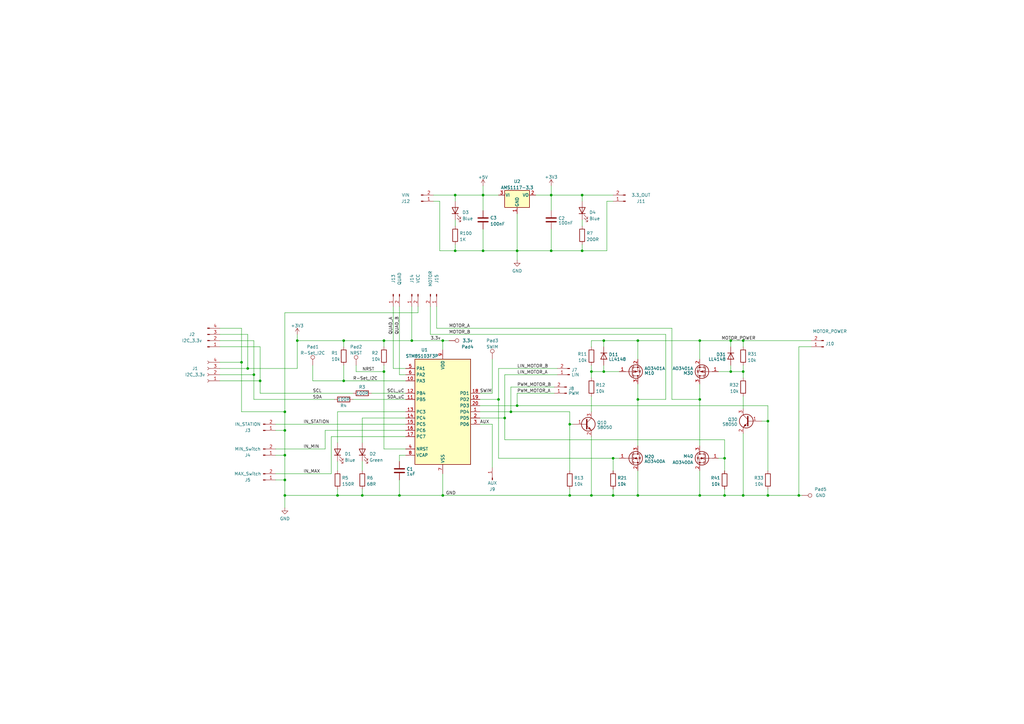
<source format=kicad_sch>
(kicad_sch (version 20230121) (generator eeschema)
  (paper "A3")
  (title_block (title "Tims DC Motor driver") (date "2020-09-15") (company "Tim") (comment 1 "To Drive 6 DC Motors"))
  (lib_symbols
    (symbol "+5V_1" (power) (pin_names (offset 0))
      (property "Value" "+5V_1" (at 0 3.556 0))
      (symbol "+5V_1_0_1"
        (polyline (pts (xy -0.762 1.27) (xy 0 2.54)))
        (polyline (pts (xy 0 0) (xy 0 2.54)))
        (polyline (pts (xy 0 2.54) (xy 0.762 1.27)))
      )
      (symbol "+5V_1_1_1"
        (pin power_in line (at 0 0 90) (length 0) hide (name "+5V") (number "1"))
      )
    )
    (symbol "Connector:Conn_01x01_Pin" (pin_names (offset 1.016) hide)
      (property "Reference" "J" (at 0 2.54 0))
      (property "Value" "Conn_01x01_Pin" (at 0 -2.54 0))
      (symbol "Conn_01x01_Pin_1_1"
        (polyline (pts (xy 1.27 0) (xy 0.8636 0)) (stroke (width 0.1524)))
        (rectangle (start 0.8636 0.127) (end 0 -0.127) (stroke (width 0.1524)) (fill (type outline)))
        (pin passive line (at 5.08 0 180) (length 3.81) (name "Pin_1") (number "1"))
      )
    )
    (symbol "Connector:Conn_01x02_Male" (pin_names (offset 1.016) hide)
      (property "Reference" "J" (at 0 2.54 0))
      (property "Value" "Conn_01x02_Male" (at 0 -5.08 0))
      (symbol "Conn_01x02_Male_1_1"
        (polyline (pts (xy 1.27 -2.54) (xy 0.8636 -2.54)) (stroke (width 0.1524)))
        (polyline (pts (xy 1.27 0) (xy 0.8636 0)) (stroke (width 0.1524)))
        (rectangle (start 0.8636 -2.413) (end 0 -2.667) (stroke (width 0.1524)) (fill (type outline)))
        (rectangle (start 0.8636 0.127) (end 0 -0.127) (stroke (width 0.1524)) (fill (type outline)))
        (pin passive line (at 5.08 0 180) (length 3.81) (name "Pin_1") (number "1"))
        (pin passive line (at 5.08 -2.54 180) (length 3.81) (name "Pin_2") (number "2"))
      )
    )
    (symbol "Connector:Conn_01x02_Pin" (pin_names (offset 1.016) hide)
      (property "Reference" "J" (at 0 2.54 0))
      (property "Value" "Conn_01x02_Pin" (at 0 -5.08 0))
      (symbol "Conn_01x02_Pin_1_1"
        (polyline (pts (xy 1.27 -2.54) (xy 0.8636 -2.54)) (stroke (width 0.1524)))
        (polyline (pts (xy 1.27 0) (xy 0.8636 0)) (stroke (width 0.1524)))
        (rectangle (start 0.8636 -2.413) (end 0 -2.667) (stroke (width 0.1524)) (fill (type outline)))
        (rectangle (start 0.8636 0.127) (end 0 -0.127) (stroke (width 0.1524)) (fill (type outline)))
        (pin passive line (at 5.08 0 180) (length 3.81) (name "Pin_1") (number "1"))
        (pin passive line (at 5.08 -2.54 180) (length 3.81) (name "Pin_2") (number "2"))
      )
    )
    (symbol "Connector:Conn_01x04_Male" (pin_names (offset 1.016) hide)
      (property "Reference" "J" (at 0 5.08 0))
      (property "Value" "Conn_01x04_Male" (at 0 -7.62 0))
      (symbol "Conn_01x04_Male_1_1"
        (polyline (pts (xy 1.27 -5.08) (xy 0.8636 -5.08)) (stroke (width 0.1524)))
        (polyline (pts (xy 1.27 -2.54) (xy 0.8636 -2.54)) (stroke (width 0.1524)))
        (polyline (pts (xy 1.27 0) (xy 0.8636 0)) (stroke (width 0.1524)))
        (polyline (pts (xy 1.27 2.54) (xy 0.8636 2.54)) (stroke (width 0.1524)))
        (rectangle (start 0.8636 -4.953) (end 0 -5.207) (stroke (width 0.1524)) (fill (type outline)))
        (rectangle (start 0.8636 -2.413) (end 0 -2.667) (stroke (width 0.1524)) (fill (type outline)))
        (rectangle (start 0.8636 0.127) (end 0 -0.127) (stroke (width 0.1524)) (fill (type outline)))
        (rectangle (start 0.8636 2.667) (end 0 2.413) (stroke (width 0.1524)) (fill (type outline)))
        (pin passive line (at 5.08 2.54 180) (length 3.81) (name "Pin_1") (number "1"))
        (pin passive line (at 5.08 0 180) (length 3.81) (name "Pin_2") (number "2"))
        (pin passive line (at 5.08 -2.54 180) (length 3.81) (name "Pin_3") (number "3"))
        (pin passive line (at 5.08 -5.08 180) (length 3.81) (name "Pin_4") (number "4"))
      )
    )
    (symbol "Connector:Conn_01x04_Socket" (pin_names (offset 1.016) hide)
      (property "Reference" "J" (at 0 5.08 0))
      (property "Value" "Conn_01x04_Socket" (at 0 -7.62 0))
      (symbol "Conn_01x04_Socket_1_1"
        (arc (start 0 -4.572) (mid -0.5058 -5.08) (end 0 -5.588) (stroke (width 0.1524)))
        (arc (start 0 -2.032) (mid -0.5058 -2.54) (end 0 -3.048) (stroke (width 0.1524)))
        (polyline (pts (xy -1.27 -5.08) (xy -0.508 -5.08)) (stroke (width 0.1524)))
        (polyline (pts (xy -1.27 -2.54) (xy -0.508 -2.54)) (stroke (width 0.1524)))
        (polyline (pts (xy -1.27 0) (xy -0.508 0)) (stroke (width 0.1524)))
        (polyline (pts (xy -1.27 2.54) (xy -0.508 2.54)) (stroke (width 0.1524)))
        (arc (start 0 0.508) (mid -0.5058 0) (end 0 -0.508) (stroke (width 0.1524)))
        (arc (start 0 3.048) (mid -0.5058 2.54) (end 0 2.032) (stroke (width 0.1524)))
        (pin passive line (at -5.08 2.54 0) (length 3.81) (name "Pin_1") (number "1"))
        (pin passive line (at -5.08 0 0) (length 3.81) (name "Pin_2") (number "2"))
        (pin passive line (at -5.08 -2.54 0) (length 3.81) (name "Pin_3") (number "3"))
        (pin passive line (at -5.08 -5.08 0) (length 3.81) (name "Pin_4") (number "4"))
      )
    )
    (symbol "Device:C" (pin_numbers hide) (pin_names (offset 0.254))
      (property "Reference" "C" (at 0.635 2.54 0))
      (property "Value" "C" (at 0.635 -2.54 0))
      (symbol "C_0_1"
        (polyline (pts (xy -2.032 -0.762) (xy 2.032 -0.762)) (stroke (width 0.508)))
        (polyline (pts (xy -2.032 0.762) (xy 2.032 0.762)) (stroke (width 0.508)))
      )
      (symbol "C_1_1"
        (pin passive line (at 0 3.81 270) (length 2.794) (name "~") (number "1"))
        (pin passive line (at 0 -3.81 90) (length 2.794) (name "~") (number "2"))
      )
    )
    (symbol "Device:LED" (pin_numbers hide) (pin_names (offset 1.016) hide)
      (property "Reference" "D" (at 0 2.54 0))
      (property "Value" "LED" (at 0 -2.54 0))
      (symbol "LED_0_1"
        (polyline (pts (xy -1.27 -1.27) (xy -1.27 1.27)) (stroke (width 0.254)))
        (polyline (pts (xy -1.27 0) (xy 1.27 0)))
        (polyline (pts (xy 1.27 -1.27) (xy 1.27 1.27) (xy -1.27 0) (xy 1.27 -1.27)) (stroke (width 0.254)))
        (polyline (pts (xy -3.048 -0.762) (xy -4.572 -2.286) (xy -3.81 -2.286) (xy -4.572 -2.286) (xy -4.572 -1.524)))
        (polyline (pts (xy -1.778 -0.762) (xy -3.302 -2.286) (xy -2.54 -2.286) (xy -3.302 -2.286) (xy -3.302 -1.524)))
      )
      (symbol "LED_1_1"
        (pin passive line (at -3.81 0 0) (length 2.54) (name "K") (number "1"))
        (pin passive line (at 3.81 0 180) (length 2.54) (name "A") (number "2"))
      )
    )
    (symbol "Device:Q_NPN_BEC" (pin_names (offset 0) hide)
      (property "Reference" "Q" (at 5.08 1.27 0))
      (property "Value" "Q_NPN_BEC" (at 5.08 -1.27 0))
      (symbol "Q_NPN_BEC_0_1"
        (polyline (pts (xy 0.635 0.635) (xy 2.54 2.54)))
        (polyline (pts (xy 0.635 -0.635) (xy 2.54 -2.54) (xy 2.54 -2.54)))
        (polyline (pts (xy 0.635 1.905) (xy 0.635 -1.905) (xy 0.635 -1.905)) (stroke (width 0.508)))
        (polyline (pts (xy 1.27 -1.778) (xy 1.778 -1.27) (xy 2.286 -2.286) (xy 1.27 -1.778) (xy 1.27 -1.778)) (fill (type outline)))
        (circle (center 1.27 0) (radius 2.8194) (stroke (width 0.254)))
      )
      (symbol "Q_NPN_BEC_1_1"
        (pin input line (at -5.08 0 0) (length 5.715) (name "B") (number "1"))
        (pin passive line (at 2.54 -5.08 90) (length 2.54) (name "E") (number "2"))
        (pin passive line (at 2.54 5.08 270) (length 2.54) (name "C") (number "3"))
      )
    )
    (symbol "Device:R" (pin_numbers hide) (pin_names (offset 0))
      (property "Reference" "R" (at 2.032 0 90))
      (property "Value" "R" (at 0 0 90))
      (symbol "R_0_1"
        (rectangle (start -1.016 -2.54) (end 1.016 2.54) (stroke (width 0.254)))
      )
      (symbol "R_1_1"
        (pin passive line (at 0 3.81 270) (length 1.27) (name "~") (number "1"))
        (pin passive line (at 0 -3.81 90) (length 1.27) (name "~") (number "2"))
      )
    )
    (symbol "Diode:LL4148" (pin_numbers hide) (pin_names hide)
      (property "Reference" "D" (at 0 2.54 0))
      (property "Value" "LL4148" (at 0 -2.54 0))
      (symbol "LL4148_0_1"
        (polyline (pts (xy -1.27 1.27) (xy -1.27 -1.27)) (stroke (width 0.254)))
        (polyline (pts (xy 1.27 0) (xy -1.27 0)))
        (polyline (pts (xy 1.27 1.27) (xy 1.27 -1.27) (xy -1.27 0) (xy 1.27 1.27)) (stroke (width 0.254)))
      )
      (symbol "LL4148_1_1"
        (pin passive line (at -3.81 0 0) (length 2.54) (name "K") (number "1"))
        (pin passive line (at 3.81 0 180) (length 2.54) (name "A") (number "2"))
      )
    )
    (symbol "Regulator_Linear:AMS1117-3.3" (pin_names (offset 0.254))
      (property "Reference" "U" (at -3.81 3.175 0))
      (property "Value" "AMS1117-3.3" (at 0 3.175 0))
      (symbol "AMS1117-3.3_0_1"
        (rectangle (start -5.08 -5.08) (end 5.08 1.905) (stroke (width 0.254)) (fill (type background)))
      )
      (symbol "AMS1117-3.3_1_1"
        (pin power_in line (at 0 -7.62 90) (length 2.54) (name "GND") (number "1"))
        (pin power_out line (at 7.62 0 180) (length 2.54) (name "VO") (number "2"))
        (pin power_in line (at -7.62 0 0) (length 2.54) (name "VI") (number "3"))
      )
    )
    (symbol "Tims_Library:STM8S103F3P"
      (property "Reference" "U" (at 1.27 25.4 0))
      (property "Value" "STM8S103F3P" (at 1.27 22.86 0))
      (symbol "STM8S103F3P_0_1"
        (rectangle (start -11.43 21.59) (end 11.43 -21.59) (stroke (width 0.254)) (fill (type background)))
      )
      (symbol "STM8S103F3P_1_1"
        (pin bidirectional line (at 15.24 0 180) (length 3.81) (name "PD4") (number "1"))
        (pin bidirectional line (at -15.24 12.7 0) (length 3.81) (name "PA3") (number "10"))
        (pin bidirectional line (at -15.24 5.08 0) (length 3.81) (name "PB5") (number "11"))
        (pin bidirectional line (at -15.24 7.62 0) (length 3.81) (name "PB4") (number "12"))
        (pin bidirectional line (at -15.24 0 0) (length 3.81) (name "PC3") (number "13"))
        (pin bidirectional line (at -15.24 -2.54 0) (length 3.81) (name "PC4") (number "14"))
        (pin bidirectional line (at -15.24 -5.08 0) (length 3.81) (name "PC5") (number "15"))
        (pin bidirectional line (at -15.24 -7.62 0) (length 3.81) (name "PC6") (number "16"))
        (pin bidirectional line (at -15.24 -10.16 0) (length 3.81) (name "PC7") (number "17"))
        (pin bidirectional line (at 15.24 7.62 180) (length 3.81) (name "PD1") (number "18"))
        (pin bidirectional line (at 15.24 5.08 180) (length 3.81) (name "PD2") (number "19"))
        (pin bidirectional line (at 15.24 -2.54 180) (length 3.81) (name "PD5") (number "2"))
        (pin bidirectional line (at 15.24 2.54 180) (length 3.81) (name "PD3") (number "20"))
        (pin bidirectional line (at 15.24 -5.08 180) (length 3.81) (name "PD6") (number "3"))
        (pin input line (at -15.24 -15.24 0) (length 3.81) (name "NRST") (number "4"))
        (pin bidirectional line (at -15.24 17.78 0) (length 3.81) (name "PA1") (number "5"))
        (pin bidirectional line (at -15.24 15.24 0) (length 3.81) (name "PA2") (number "6"))
        (pin power_in line (at 0 -25.4 90) (length 3.81) (name "VSS") (number "7"))
        (pin passive line (at -15.24 -17.78 0) (length 3.81) (name "VCAP") (number "8"))
        (pin power_in line (at 0 25.4 270) (length 3.81) (name "VDD") (number "9"))
      )
    )
    (symbol "Tims_Library:Wire_Conn" (pin_numbers hide) (pin_names (offset 0.762) hide)
      (property "Reference" "Pad" (at 0 6.858 0))
      (property "Value" "Wire_Conn" (at 0 5.08 0))
      (symbol "Wire_Conn_0_1"
        (circle (center 0 3.302) (radius 0.762))
      )
      (symbol "Wire_Conn_1_1"
        (pin passive line (at 0 0 90) (length 2.54) (name "1") (number "1"))
      )
    )
    (symbol "Transistor_FET:AO3400A" (pin_names hide)
      (property "Reference" "Q" (at 5.08 1.905 0))
      (property "Value" "AO3400A" (at 5.08 0 0))
      (symbol "AO3400A_0_1"
        (polyline (pts (xy 0.254 0) (xy -2.54 0)))
        (polyline (pts (xy 0.254 1.905) (xy 0.254 -1.905)) (stroke (width 0.254)))
        (polyline (pts (xy 0.762 -1.27) (xy 0.762 -2.286)) (stroke (width 0.254)))
        (polyline (pts (xy 0.762 0.508) (xy 0.762 -0.508)) (stroke (width 0.254)))
        (polyline (pts (xy 0.762 2.286) (xy 0.762 1.27)) (stroke (width 0.254)))
        (polyline (pts (xy 2.54 2.54) (xy 2.54 1.778)))
        (polyline (pts (xy 2.54 -2.54) (xy 2.54 0) (xy 0.762 0)))
        (polyline (pts (xy 0.762 -1.778) (xy 3.302 -1.778) (xy 3.302 1.778) (xy 0.762 1.778)))
        (polyline (pts (xy 1.016 0) (xy 2.032 0.381) (xy 2.032 -0.381) (xy 1.016 0)) (fill (type outline)))
        (polyline (pts (xy 2.794 0.508) (xy 2.921 0.381) (xy 3.683 0.381) (xy 3.81 0.254)))
        (polyline (pts (xy 3.302 0.381) (xy 2.921 -0.254) (xy 3.683 -0.254) (xy 3.302 0.381)))
        (circle (center 1.651 0) (radius 2.794) (stroke (width 0.254)))
        (circle (center 2.54 -1.778) (radius 0.254) (fill (type outline)))
        (circle (center 2.54 1.778) (radius 0.254) (fill (type outline)))
      )
      (symbol "AO3400A_1_1"
        (pin input line (at -5.08 0 0) (length 2.54) (name "G") (number "1"))
        (pin passive line (at 2.54 -5.08 90) (length 2.54) (name "S") (number "2"))
        (pin passive line (at 2.54 5.08 270) (length 2.54) (name "D") (number "3"))
      )
    )
    (symbol "Transistor_FET:AO3401A" (pin_names hide)
      (property "Reference" "Q" (at 5.08 1.905 0))
      (property "Value" "AO3401A" (at 5.08 0 0))
      (symbol "AO3401A_0_1"
        (polyline (pts (xy 0.254 0) (xy -2.54 0)))
        (polyline (pts (xy 0.254 1.905) (xy 0.254 -1.905)) (stroke (width 0.254)))
        (polyline (pts (xy 0.762 -1.27) (xy 0.762 -2.286)) (stroke (width 0.254)))
        (polyline (pts (xy 0.762 0.508) (xy 0.762 -0.508)) (stroke (width 0.254)))
        (polyline (pts (xy 0.762 2.286) (xy 0.762 1.27)) (stroke (width 0.254)))
        (polyline (pts (xy 2.54 2.54) (xy 2.54 1.778)))
        (polyline (pts (xy 2.54 -2.54) (xy 2.54 0) (xy 0.762 0)))
        (polyline (pts (xy 0.762 1.778) (xy 3.302 1.778) (xy 3.302 -1.778) (xy 0.762 -1.778)))
        (polyline (pts (xy 2.286 0) (xy 1.27 0.381) (xy 1.27 -0.381) (xy 2.286 0)) (fill (type outline)))
        (polyline (pts (xy 2.794 -0.508) (xy 2.921 -0.381) (xy 3.683 -0.381) (xy 3.81 -0.254)))
        (polyline (pts (xy 3.302 -0.381) (xy 2.921 0.254) (xy 3.683 0.254) (xy 3.302 -0.381)))
        (circle (center 1.651 0) (radius 2.794) (stroke (width 0.254)))
        (circle (center 2.54 -1.778) (radius 0.254) (fill (type outline)))
        (circle (center 2.54 1.778) (radius 0.254) (fill (type outline)))
      )
      (symbol "AO3401A_1_1"
        (pin input line (at -5.08 0 0) (length 2.54) (name "G") (number "1"))
        (pin passive line (at 2.54 -5.08 90) (length 2.54) (name "S") (number "2"))
        (pin passive line (at 2.54 5.08 270) (length 2.54) (name "D") (number "3"))
      )
    )
    (symbol "power:+3.3V" (power) (pin_names (offset 0))
      (property "Value" "+3.3V" (at 0 3.556 0))
      (symbol "+3.3V_0_1"
        (polyline (pts (xy -0.762 1.27) (xy 0 2.54)))
        (polyline (pts (xy 0 0) (xy 0 2.54)))
        (polyline (pts (xy 0 2.54) (xy 0.762 1.27)))
      )
      (symbol "+3.3V_1_1"
        (pin power_in line (at 0 0 90) (length 0) hide (name "+3V3") (number "1"))
      )
    )
    (symbol "power:GND" (power) (pin_names (offset 0))
      (property "Value" "GND" (at 0 -3.81 0))
      (symbol "GND_0_1"
        (polyline (pts (xy 0 0) (xy 0 -1.27) (xy 1.27 -1.27) (xy 0 -2.54) (xy -1.27 -1.27) (xy 0 -1.27)))
      )
      (symbol "GND_1_1"
        (pin power_in line (at 0 0 270) (length 0) hide (name "GND") (number "1"))
      )
    )
  )
  (junction (at 121.92 139.7))
  (junction (at 327.66 203.2))
  (junction (at 287.02 203.2))
  (junction (at 212.09 166.37))
  (junction (at 99.06 148.59))
  (junction (at 157.48 152.4))
  (junction (at 116.84 196.85))
  (junction (at 204.47 163.83))
  (junction (at 299.72 139.7))
  (junction (at 304.8 203.2))
  (junction (at 304.8 139.7))
  (junction (at 157.48 139.7))
  (junction (at 247.65 139.7))
  (junction (at 207.01 171.45))
  (junction (at 198.12 80.01))
  (junction (at 226.06 80.01))
  (junction (at 116.84 168.91))
  (junction (at 101.6 151.13))
  (junction (at 242.57 152.4))
  (junction (at 297.18 187.96))
  (junction (at 261.62 163.83))
  (junction (at 297.18 203.2))
  (junction (at 299.72 152.4))
  (junction (at 106.68 156.21))
  (junction (at 233.68 203.2))
  (junction (at 116.84 176.53))
  (junction (at 116.84 186.69))
  (junction (at 304.8 152.4))
  (junction (at 181.61 203.2))
  (junction (at 116.84 203.2))
  (junction (at 181.61 139.7))
  (junction (at 251.46 187.96))
  (junction (at 314.96 172.72))
  (junction (at 233.68 173.99))
  (junction (at 209.55 168.91))
  (junction (at 314.96 203.2))
  (junction (at 287.02 163.83))
  (junction (at 186.69 80.01))
  (junction (at 238.76 80.01))
  (junction (at 251.46 203.2))
  (junction (at 212.09 102.87))
  (junction (at 104.14 153.67))
  (junction (at 148.59 203.2))
  (junction (at 140.97 139.7))
  (junction (at 247.65 152.4))
  (junction (at 287.02 139.7))
  (junction (at 261.62 203.2))
  (junction (at 198.12 102.87))
  (junction (at 242.57 203.2))
  (junction (at 163.83 203.2))
  (junction (at 261.62 139.7))
  (junction (at 238.76 102.87))
  (junction (at 186.69 102.87))
  (junction (at 226.06 102.87))
  (junction (at 138.43 203.2))
  (junction (at 140.97 156.21))
  (junction (at 168.91 139.7))
  (wire (pts (xy 238.76 102.87) (xy 226.06 102.87)))
  (wire (pts (xy 186.69 102.87) (xy 198.12 102.87)))
  (wire (pts (xy 179.07 134.62) (xy 275.59 134.62)))
  (wire (pts (xy 226.06 80.01) (xy 219.71 80.01)))
  (wire (pts (xy 238.76 80.01) (xy 238.76 82.55)))
  (wire (pts (xy 226.06 93.98) (xy 226.06 102.87)))
  (wire (pts (xy 198.12 102.87) (xy 198.12 93.98)))
  (wire (pts (xy 304.8 152.4) (xy 299.72 152.4)))
  (wire (pts (xy 304.8 149.86) (xy 304.8 152.4)))
  (wire (pts (xy 181.61 143.51) (xy 181.61 139.7)))
  (wire (pts (xy 116.84 168.91) (xy 116.84 176.53)))
  (wire (pts (xy 287.02 193.04) (xy 287.02 203.2)))
  (wire (pts (xy 238.76 100.33) (xy 238.76 102.87)))
  (wire (pts (xy 128.27 149.86) (xy 128.27 156.21)))
  (wire (pts (xy 186.69 90.17) (xy 186.69 92.71)))
  (wire (pts (xy 327.66 142.24) (xy 327.66 203.2)))
  (wire (pts (xy 135.89 179.07) (xy 135.89 194.31)))
  (wire (pts (xy 297.18 187.96) (xy 297.18 193.04)))
  (wire (pts (xy 247.65 139.7) (xy 261.62 139.7)))
  (wire (pts (xy 90.17 148.59) (xy 99.06 148.59)))
  (wire (pts (xy 212.09 161.29) (xy 212.09 166.37)))
  (wire (pts (xy 242.57 162.56) (xy 242.57 168.91)))
  (wire (pts (xy 157.48 139.7) (xy 157.48 142.24)))
  (wire (pts (xy 261.62 163.83) (xy 261.62 182.88)))
  (wire (pts (xy 116.84 196.85) (xy 116.84 203.2)))
  (wire (pts (xy 138.43 203.2) (xy 148.59 203.2)))
  (wire (pts (xy 113.03 186.69) (xy 116.84 186.69)))
  (wire (pts (xy 180.34 102.87) (xy 186.69 102.87)))
  (wire (pts (xy 163.83 196.85) (xy 163.83 203.2)))
  (wire (pts (xy 163.83 153.67) (xy 166.37 153.67)))
  (wire (pts (xy 116.84 176.53) (xy 116.84 186.69)))
  (wire (pts (xy 186.69 100.33) (xy 186.69 102.87)))
  (wire (pts (xy 177.8 80.01) (xy 186.69 80.01)))
  (wire (pts (xy 186.69 80.01) (xy 198.12 80.01)))
  (wire (pts (xy 104.14 139.7) (xy 104.14 153.67)))
  (wire (pts (xy 242.57 149.86) (xy 242.57 152.4)))
  (wire (pts (xy 135.89 194.31) (xy 113.03 194.31)))
  (wire (pts (xy 304.8 162.56) (xy 304.8 167.64)))
  (wire (pts (xy 161.29 125.73) (xy 161.29 151.13)))
  (wire (pts (xy 304.8 203.2) (xy 314.96 203.2)))
  (wire (pts (xy 140.97 156.21) (xy 166.37 156.21)))
  (wire (pts (xy 90.17 153.67) (xy 104.14 153.67)))
  (wire (pts (xy 138.43 168.91) (xy 166.37 168.91)))
  (wire (pts (xy 327.66 203.2) (xy 328.93 203.2)))
  (wire (pts (xy 171.45 125.73) (xy 171.45 128.27)))
  (wire (pts (xy 212.09 87.63) (xy 212.09 102.87)))
  (wire (pts (xy 332.74 142.24) (xy 327.66 142.24)))
  (wire (pts (xy 226.06 102.87) (xy 212.09 102.87)))
  (wire (pts (xy 297.18 203.2) (xy 304.8 203.2)))
  (wire (pts (xy 251.46 187.96) (xy 254 187.96)))
  (wire (pts (xy 207.01 171.45) (xy 207.01 153.67)))
  (wire (pts (xy 196.85 161.29) (xy 201.93 161.29)))
  (wire (pts (xy 106.68 161.29) (xy 144.78 161.29)))
  (wire (pts (xy 171.45 128.27) (xy 116.84 128.27)))
  (wire (pts (xy 106.68 142.24) (xy 106.68 156.21)))
  (wire (pts (xy 99.06 134.62) (xy 99.06 148.59)))
  (wire (pts (xy 148.59 181.61) (xy 148.59 171.45)))
  (wire (pts (xy 233.68 200.66) (xy 233.68 203.2)))
  (wire (pts (xy 314.96 203.2) (xy 327.66 203.2)))
  (wire (pts (xy 204.47 151.13) (xy 204.47 163.83)))
  (wire (pts (xy 163.83 186.69) (xy 163.83 189.23)))
  (wire (pts (xy 176.53 137.16) (xy 176.53 125.73)))
  (wire (pts (xy 104.14 163.83) (xy 137.16 163.83)))
  (wire (pts (xy 181.61 203.2) (xy 233.68 203.2)))
  (wire (pts (xy 180.34 82.55) (xy 180.34 102.87)))
  (wire (pts (xy 261.62 157.48) (xy 261.62 163.83)))
  (wire (pts (xy 148.59 203.2) (xy 163.83 203.2)))
  (wire (pts (xy 204.47 163.83) (xy 196.85 163.83)))
  (wire (pts (xy 101.6 151.13) (xy 121.92 151.13)))
  (wire (pts (xy 176.53 137.16) (xy 273.05 137.16)))
  (wire (pts (xy 233.68 173.99) (xy 233.68 193.04)))
  (wire (pts (xy 204.47 151.13) (xy 228.6 151.13)))
  (wire (pts (xy 177.8 82.55) (xy 180.34 82.55)))
  (wire (pts (xy 116.84 203.2) (xy 116.84 208.28)))
  (wire (pts (xy 140.97 149.86) (xy 140.97 156.21)))
  (wire (pts (xy 204.47 187.96) (xy 251.46 187.96)))
  (wire (pts (xy 233.68 203.2) (xy 242.57 203.2)))
  (wire (pts (xy 212.09 166.37) (xy 314.96 166.37)))
  (wire (pts (xy 261.62 203.2) (xy 287.02 203.2)))
  (wire (pts (xy 297.18 200.66) (xy 297.18 203.2)))
  (wire (pts (xy 299.72 149.86) (xy 299.72 152.4)))
  (wire (pts (xy 196.85 168.91) (xy 209.55 168.91)))
  (wire (pts (xy 207.01 180.34) (xy 207.01 171.45)))
  (wire (pts (xy 251.46 187.96) (xy 251.46 193.04)))
  (wire (pts (xy 116.84 186.69) (xy 116.84 196.85)))
  (wire (pts (xy 179.07 134.62) (xy 179.07 125.73)))
  (wire (pts (xy 287.02 163.83) (xy 287.02 182.88)))
  (wire (pts (xy 101.6 137.16) (xy 101.6 151.13)))
  (wire (pts (xy 90.17 137.16) (xy 101.6 137.16)))
  (wire (pts (xy 242.57 152.4) (xy 247.65 152.4)))
  (wire (pts (xy 148.59 189.23) (xy 148.59 193.04)))
  (wire (pts (xy 168.91 125.73) (xy 168.91 139.7)))
  (wire (pts (xy 304.8 177.8) (xy 304.8 203.2)))
  (wire (pts (xy 304.8 152.4) (xy 304.8 154.94)))
  (wire (pts (xy 212.09 102.87) (xy 212.09 106.68)))
  (wire (pts (xy 251.46 82.55) (xy 248.92 82.55)))
  (wire (pts (xy 161.29 151.13) (xy 166.37 151.13)))
  (wire (pts (xy 207.01 180.34) (xy 297.18 180.34)))
  (wire (pts (xy 287.02 139.7) (xy 287.02 147.32)))
  (wire (pts (xy 201.93 173.99) (xy 196.85 173.99)))
  (wire (pts (xy 227.33 161.29) (xy 212.09 161.29)))
  (wire (pts (xy 148.59 171.45) (xy 166.37 171.45)))
  (wire (pts (xy 133.35 184.15) (xy 113.03 184.15)))
  (wire (pts (xy 90.17 142.24) (xy 106.68 142.24)))
  (wire (pts (xy 157.48 139.7) (xy 168.91 139.7)))
  (wire (pts (xy 140.97 139.7) (xy 140.97 142.24)))
  (wire (pts (xy 242.57 203.2) (xy 251.46 203.2)))
  (wire (pts (xy 248.92 102.87) (xy 238.76 102.87)))
  (wire (pts (xy 152.4 161.29) (xy 166.37 161.29)))
  (wire (pts (xy 299.72 139.7) (xy 304.8 139.7)))
  (wire (pts (xy 242.57 152.4) (xy 242.57 154.94)))
  (wire (pts (xy 254 152.4) (xy 247.65 152.4)))
  (wire (pts (xy 163.83 125.73) (xy 163.83 153.67)))
  (wire (pts (xy 121.92 139.7) (xy 140.97 139.7)))
  (wire (pts (xy 181.61 139.7) (xy 184.15 139.7)))
  (wire (pts (xy 198.12 76.2) (xy 198.12 80.01)))
  (wire (pts (xy 113.03 176.53) (xy 116.84 176.53)))
  (wire (pts (xy 144.78 163.83) (xy 166.37 163.83)))
  (wire (pts (xy 90.17 151.13) (xy 101.6 151.13)))
  (wire (pts (xy 113.03 173.99) (xy 166.37 173.99)))
  (wire (pts (xy 138.43 189.23) (xy 138.43 193.04)))
  (wire (pts (xy 146.05 152.4) (xy 157.48 152.4)))
  (wire (pts (xy 233.68 173.99) (xy 233.68 168.91)))
  (wire (pts (xy 226.06 80.01) (xy 238.76 80.01)))
  (wire (pts (xy 261.62 139.7) (xy 287.02 139.7)))
  (wire (pts (xy 242.57 142.24) (xy 242.57 139.7)))
  (wire (pts (xy 140.97 139.7) (xy 157.48 139.7)))
  (wire (pts (xy 121.92 151.13) (xy 121.92 139.7)))
  (wire (pts (xy 207.01 153.67) (xy 228.6 153.67)))
  (wire (pts (xy 242.57 139.7) (xy 247.65 139.7)))
  (wire (pts (xy 261.62 163.83) (xy 273.05 163.83)))
  (wire (pts (xy 181.61 203.2) (xy 163.83 203.2)))
  (wire (pts (xy 99.06 168.91) (xy 116.84 168.91)))
  (wire (pts (xy 198.12 80.01) (xy 204.47 80.01)))
  (wire (pts (xy 209.55 168.91) (xy 233.68 168.91)))
  (wire (pts (xy 287.02 157.48) (xy 287.02 163.83)))
  (wire (pts (xy 242.57 179.07) (xy 242.57 203.2)))
  (wire (pts (xy 299.72 139.7) (xy 299.72 142.24)))
  (wire (pts (xy 273.05 163.83) (xy 273.05 137.16)))
  (wire (pts (xy 261.62 193.04) (xy 261.62 203.2)))
  (wire (pts (xy 248.92 82.55) (xy 248.92 102.87)))
  (wire (pts (xy 287.02 203.2) (xy 297.18 203.2)))
  (wire (pts (xy 163.83 186.69) (xy 166.37 186.69)))
  (wire (pts (xy 135.89 179.07) (xy 166.37 179.07)))
  (wire (pts (xy 146.05 149.86) (xy 146.05 152.4)))
  (wire (pts (xy 251.46 200.66) (xy 251.46 203.2)))
  (wire (pts (xy 121.92 137.16) (xy 121.92 139.7)))
  (wire (pts (xy 133.35 176.53) (xy 133.35 184.15)))
  (wire (pts (xy 312.42 172.72) (xy 314.96 172.72)))
  (wire (pts (xy 138.43 200.66) (xy 138.43 203.2)))
  (wire (pts (xy 104.14 153.67) (xy 104.14 163.83)))
  (wire (pts (xy 247.65 142.24) (xy 247.65 139.7)))
  (wire (pts (xy 238.76 90.17) (xy 238.76 92.71)))
  (wire (pts (xy 113.03 196.85) (xy 116.84 196.85)))
  (wire (pts (xy 275.59 163.83) (xy 287.02 163.83)))
  (wire (pts (xy 148.59 200.66) (xy 148.59 203.2)))
  (wire (pts (xy 314.96 172.72) (xy 314.96 193.04)))
  (wire (pts (xy 90.17 156.21) (xy 106.68 156.21)))
  (wire (pts (xy 209.55 158.75) (xy 209.55 168.91)))
  (wire (pts (xy 314.96 172.72) (xy 314.96 166.37)))
  (wire (pts (xy 234.95 173.99) (xy 233.68 173.99)))
  (wire (pts (xy 304.8 139.7) (xy 304.8 142.24)))
  (wire (pts (xy 198.12 86.36) (xy 198.12 80.01)))
  (wire (pts (xy 297.18 180.34) (xy 297.18 187.96)))
  (wire (pts (xy 157.48 152.4) (xy 157.48 184.15)))
  (wire (pts (xy 138.43 181.61) (xy 138.43 168.91)))
  (wire (pts (xy 226.06 86.36) (xy 226.06 80.01)))
  (wire (pts (xy 116.84 203.2) (xy 138.43 203.2)))
  (wire (pts (xy 287.02 139.7) (xy 299.72 139.7)))
  (wire (pts (xy 247.65 149.86) (xy 247.65 152.4)))
  (wire (pts (xy 196.85 171.45) (xy 207.01 171.45)))
  (wire (pts (xy 261.62 139.7) (xy 261.62 147.32)))
  (wire (pts (xy 204.47 187.96) (xy 204.47 163.83)))
  (wire (pts (xy 99.06 148.59) (xy 99.06 168.91)))
  (wire (pts (xy 181.61 194.31) (xy 181.61 203.2)))
  (wire (pts (xy 304.8 139.7) (xy 332.74 139.7)))
  (wire (pts (xy 238.76 80.01) (xy 251.46 80.01)))
  (wire (pts (xy 226.06 76.2) (xy 226.06 80.01)))
  (wire (pts (xy 227.33 158.75) (xy 209.55 158.75)))
  (wire (pts (xy 212.09 102.87) (xy 198.12 102.87)))
  (wire (pts (xy 90.17 134.62) (xy 99.06 134.62)))
  (wire (pts (xy 128.27 156.21) (xy 140.97 156.21)))
  (wire (pts (xy 90.17 139.7) (xy 104.14 139.7)))
  (wire (pts (xy 275.59 134.62) (xy 275.59 163.83)))
  (wire (pts (xy 157.48 149.86) (xy 157.48 152.4)))
  (wire (pts (xy 294.64 152.4) (xy 299.72 152.4)))
  (wire (pts (xy 297.18 187.96) (xy 294.64 187.96)))
  (wire (pts (xy 181.61 139.7) (xy 168.91 139.7)))
  (wire (pts (xy 157.48 184.15) (xy 166.37 184.15)))
  (wire (pts (xy 133.35 176.53) (xy 166.37 176.53)))
  (wire (pts (xy 186.69 80.01) (xy 186.69 82.55)))
  (wire (pts (xy 196.85 166.37) (xy 212.09 166.37)))
  (wire (pts (xy 116.84 128.27) (xy 116.84 168.91)))
  (wire (pts (xy 201.93 147.32) (xy 201.93 161.29)))
  (wire (pts (xy 314.96 200.66) (xy 314.96 203.2)))
  (wire (pts (xy 106.68 156.21) (xy 106.68 161.29)))
  (wire (pts (xy 251.46 203.2) (xy 261.62 203.2)))
  (wire (pts (xy 201.93 191.77) (xy 201.93 173.99)))
  (label "QUAD_A" (at 161.29 137.16 90))
  (label "MOTOR_POWER" (at 295.91 139.7 0))
  (label "AUX" (at 196.85 173.99 0))
  (label "IN_MAX" (at 124.46 194.31 0))
  (label "MOTOR_B" (at 184.15 137.16 0))
  (label "QUAD_B" (at 163.83 137.16 90))
  (label "3.3v" (at 176.53 139.7 0))
  (label "PWM_MOTOR_A" (at 212.09 161.29 0))
  (label "SCL" (at 128.27 161.29 0))
  (label "SWIM" (at 196.85 161.29 0))
  (label "IN_MIN" (at 124.46 184.15 0))
  (label "LIN_MOTOR_B" (at 212.09 151.13 0))
  (label "NRST" (at 148.59 152.4 0))
  (label "MOTOR_A" (at 184.15 134.62 0))
  (label "SDA" (at 128.27 163.83 0))
  (label "SDA_uC" (at 158.75 163.83 0))
  (label "IN_STATION" (at 124.46 173.99 0))
  (label "SCL_uC" (at 158.75 161.29 0))
  (label "GND" (at 182.88 203.2 0))
  (label "PWM_MOTOR_B" (at 212.09 158.75 0))
  (label "LIN_MOTOR_A" (at 212.09 153.67 0))
  (label "R-Set_I2C" (at 144.78 156.21 0))
  (symbol (lib_id "Device:R") (at 233.68 196.85 0) (unit 1)
    (property "Reference" "R13" (at 235.458 196.0153 0) (effects (justify left)))
    (property "Value" "10k" (at 235.458 198.5522 0) (effects (justify left)))
    (property "Footprint" "Resistor_SMD:R_0805_2012Metric" (effects hide))
  )
  (symbol (lib_id "Device:R") (at 140.97 146.05 0) (unit 1)
    (property "Reference" "R1" (at 135.89 144.78 0) (effects (justify left)))
    (property "Value" "10k" (at 135.89 147.32 0) (effects (justify left)))
    (property "Footprint" "Resistor_SMD:R_0805_2012Metric" (effects hide))
  )
  (symbol (lib_id "power:+3.3V") (at 121.92 137.16 0) (unit 1)
    (property "Reference" "#PWR02" (effects hide))
    (property "Value" "+3.3V" (at 121.92 133.5842 0))
  )
  (symbol (lib_id "Tims_Library:Wire_Conn") (at 128.27 149.86 0) (unit 1)
    (property "Reference" "Pad1" (at 128.27 142.24 0))
    (property "Value" "R-Set_I2C" (at 128.27 144.78 0))
    (property "Footprint" "TestPoint:TestPoint_Pad_D1.0mm" (effects hide))
  )
  (symbol (lib_id "Device:R") (at 186.69 96.52 0) (unit 1)
    (property "Reference" "R100" (at 188.468 95.6853 0) (effects (justify left)))
    (property "Value" "1K" (at 188.468 98.2222 0) (effects (justify left)))
    (property "Footprint" "Resistor_SMD:R_0805_2012Metric" (effects hide))
  )
  (symbol (lib_id "Device:R") (at 140.97 163.83 90) (unit 1)
    (property "Reference" "R4" (at 142.24 166.37 90) (effects (justify left)))
    (property "Value" "100R" (at 143.51 163.83 90) (effects (justify left)))
    (property "Footprint" "Resistor_SMD:R_0805_2012Metric" (effects hide))
  )
  (symbol (lib_id "Device:Q_NPN_BEC") (at 240.03 173.99 0) (unit 1)
    (property "Reference" "Q10" (at 244.8814 173.3463 0) (effects (justify left)))
    (property "Value" "S8050" (at 244.8814 175.2673 0) (effects (justify left)))
    (property "Footprint" "Package_TO_SOT_SMD:SOT-23" (effects hide))
  )
  (symbol (lib_id "Connector:Conn_01x01_Pin") (at 201.93 196.85 90) (unit 1)
    (property "Reference" "J9" (at 201.93 200.66 90))
    (property "Value" "AUX" (at 201.93 198.12 90))
    (property "Footprint" "Connector_PinHeader_2.54mm:PinHeader_1x01_P2.54mm_Vertical" (effects hide))
  )
  (symbol (lib_id "Connector:Conn_01x02_Male") (at 179.07 120.65 270) (unit 1)
    (property "Reference" "J15" (at 179.07 114.3 0))
    (property "Value" "MOTOR" (at 176.53 114.3 0))
    (property "Footprint" "Tims_Modified:PinHeader_1x02_P2.54mm_Vertical" (effects hide))
  )
  (symbol (lib_id "Connector:Conn_01x04_Male") (at 85.09 139.7 0) (mirror x) (unit 1)
    (property "Reference" "J2" (at 78.74 137.16 0))
    (property "Value" "I2C_3.3v" (at 78.74 139.7 0))
    (property "Footprint" "Connector_PinHeader_2.54mm:PinHeader_1x04_P2.54mm_Horizontal" (effects hide))
  )
  (symbol (lib_id "Device:R") (at 148.59 161.29 90) (unit 1)
    (property "Reference" "R3" (at 149.86 158.75 90) (effects (justify left)))
    (property "Value" "100R" (at 151.13 161.29 90) (effects (justify left)))
    (property "Footprint" "Resistor_SMD:R_0805_2012Metric" (effects hide))
  )
  (symbol (lib_id "Connector:Conn_01x02_Male") (at 107.95 196.85 0) (mirror x) (unit 1)
    (property "Reference" "J5" (at 101.6 196.85 0))
    (property "Value" "MAX_Switch" (at 101.6 194.31 0))
    (property "Footprint" "Tims_Modified:PinHeader_1x02_P2.54mm_Vertical" (effects hide))
  )
  (symbol (lib_id "Connector:Conn_01x02_Male") (at 107.95 176.53 0) (mirror x) (unit 1)
    (property "Reference" "J3" (at 101.6 176.53 0))
    (property "Value" "IN_STATION" (at 101.6 173.99 0))
    (property "Footprint" "Tims_Modified:PinHeader_1x02_P2.54mm_Vertical" (effects hide))
  )
  (symbol (lib_id "Device:R") (at 148.59 196.85 0) (unit 1)
    (property "Reference" "R6" (at 150.368 196.0153 0) (effects (justify left)))
    (property "Value" "68R" (at 150.368 198.5522 0) (effects (justify left)))
    (property "Footprint" "Resistor_SMD:R_0805_2012Metric" (effects hide))
  )
  (symbol (lib_id "Device:R") (at 157.48 146.05 0) (unit 1)
    (property "Reference" "R2" (at 152.4 144.78 0) (effects (justify left)))
    (property "Value" "10k" (at 152.4 147.32 0) (effects (justify left)))
    (property "Footprint" "Resistor_SMD:R_0805_2012Metric" (effects hide))
  )
  (symbol (lib_id "Device:Q_NPN_BEC") (at 307.34 172.72 0) (mirror y) (unit 1)
    (property "Reference" "Q30" (at 302.4886 172.0763 0) (effects (justify left)))
    (property "Value" "S8050" (at 302.4886 173.9973 0) (effects (justify left)))
    (property "Footprint" "Package_TO_SOT_SMD:SOT-23" (effects hide))
  )
  (symbol (lib_id "Connector:Conn_01x02_Male") (at 107.95 186.69 0) (mirror x) (unit 1)
    (property "Reference" "J4" (at 101.6 186.69 0))
    (property "Value" "MIN_Switch" (at 101.6 184.15 0))
    (property "Footprint" "Tims_Modified:PinHeader_1x02_P2.54mm_Vertical" (effects hide))
  )
  (symbol (lib_id "Connector:Conn_01x02_Male") (at 172.72 82.55 0) (mirror x) (unit 1)
    (property "Reference" "J12" (at 166.37 82.55 0))
    (property "Value" "VIN" (at 166.37 80.01 0))
    (property "Footprint" "Tims_Modified:PinHeader_1x02_P2.54mm_Vertical" (effects hide))
  )
  (symbol (lib_id "Device:C") (at 198.12 90.17 0) (unit 1)
    (property "Reference" "C3" (at 201.041 89.3353 0) (effects (justify left)))
    (property "Value" "100nF" (at 201.041 91.8722 0) (effects (justify left)))
    (property "Footprint" "Capacitor_SMD:C_0805_2012Metric" (effects hide))
  )
  (symbol (lib_id "Device:LED") (at 148.59 185.42 90) (unit 1)
    (property "Reference" "D2" (at 151.511 186.1728 90) (effects (justify right)))
    (property "Value" "Green" (at 151.511 188.7097 90) (effects (justify right)))
    (property "Footprint" "LED_SMD:LED_0805_2012Metric" (effects hide))
  )
  (symbol (lib_id "Transistor_FET:AO3400A") (at 289.56 187.96 0) (mirror y) (unit 1)
    (property "Reference" "M40" (at 284.353 187.1253 0) (effects (justify left)))
    (property "Value" "AO3400A" (at 284.353 189.6622 0) (effects (justify left)))
    (property "Footprint" "Package_TO_SOT_SMD:SOT-23" (effects hide))
    (property "Datasheet" "http://www.aosmd.com/pdfs/datasheet/AO3400A.pdf" (effects hide))
  )
  (symbol (lib_id "Diode:LL4148") (at 299.72 146.05 90) (mirror x) (unit 1)
    (property "Reference" "D31" (at 297.688 145.4063 90) (effects (justify left)))
    (property "Value" "LL4148" (at 297.688 147.3273 90) (effects (justify left)))
    (property "Footprint" "Diode_SMD:D_MiniMELF" (effects hide))
    (property "Datasheet" "http://www.vishay.com/docs/85557/ll4148.pdf" (effects hide))
    (property "Sim.Device" "D" (effects hide))
    (property "Sim.Pins" "1=K 2=A" (effects hide))
  )
  (symbol (lib_id "Device:R") (at 242.57 146.05 0) (mirror y) (unit 1)
    (property "Reference" "R11" (at 240.792 145.2153 0) (effects (justify left)))
    (property "Value" "10k" (at 240.792 147.7522 0) (effects (justify left)))
    (property "Footprint" "Resistor_SMD:R_0805_2012Metric" (effects hide))
  )
  (symbol (lib_id "Device:LED") (at 138.43 185.42 90) (unit 1)
    (property "Reference" "D1" (at 141.351 186.1728 90) (effects (justify right)))
    (property "Value" "Blue" (at 141.351 188.7097 90) (effects (justify right)))
    (property "Footprint" "LED_SMD:LED_0805_2012Metric" (effects hide))
  )
  (symbol (lib_id "Transistor_FET:AO3401A") (at 289.56 152.4 180) (unit 1)
    (property "Reference" "M30" (at 284.353 153.0437 0) (effects (justify left)))
    (property "Value" "AO3401A" (at 284.353 151.1227 0) (effects (justify left)))
    (property "Footprint" "Package_TO_SOT_SMD:SOT-23" (effects hide))
    (property "Datasheet" "http://www.aosmd.com/pdfs/datasheet/AO3401A.pdf" (effects hide))
  )
  (symbol (lib_id "Device:R") (at 297.18 196.85 0) (mirror y) (unit 1)
    (property "Reference" "R41" (at 295.402 196.0153 0) (effects (justify left)))
    (property "Value" "10k" (at 295.402 198.5522 0) (effects (justify left)))
    (property "Footprint" "Resistor_SMD:R_0805_2012Metric" (effects hide))
  )
  (symbol (lib_name "+5V_1") (lib_id "power:+5V") (at 198.12 76.2 0) (unit 1)
    (property "Reference" "#PWR07" (effects hide))
    (property "Value" "+5V" (at 198.12 72.6981 0))
  )
  (symbol (lib_id "Device:R") (at 138.43 196.85 0) (unit 1)
    (property "Reference" "R5" (at 140.208 196.0153 0) (effects (justify left)))
    (property "Value" "150R" (at 140.208 198.5522 0) (effects (justify left)))
    (property "Footprint" "Resistor_SMD:R_0805_2012Metric" (effects hide))
  )
  (symbol (lib_id "Tims_Library:Wire_Conn") (at 201.93 147.32 0) (unit 1)
    (property "Reference" "Pad3" (at 201.93 139.7 0))
    (property "Value" "SWIM" (at 201.93 142.24 0))
    (property "Footprint" "TestPoint:TestPoint_Pad_D1.0mm" (effects hide))
  )
  (symbol (lib_id "Connector:Conn_01x02_Male") (at 161.29 120.65 90) (mirror x) (unit 1)
    (property "Reference" "J13" (at 161.29 114.3 0))
    (property "Value" "QUAD" (at 163.83 114.3 0))
    (property "Footprint" "Tims_Modified:PinHeader_1x02_P2.54mm_Vertical" (effects hide))
  )
  (symbol (lib_id "Transistor_FET:AO3401A") (at 259.08 152.4 0) (mirror x) (unit 1)
    (property "Reference" "M10" (at 264.287 153.0437 0) (effects (justify left)))
    (property "Value" "AO3401A" (at 264.287 151.1227 0) (effects (justify left)))
    (property "Footprint" "Package_TO_SOT_SMD:SOT-23" (effects hide))
    (property "Datasheet" "http://www.aosmd.com/pdfs/datasheet/AO3401A.pdf" (effects hide))
  )
  (symbol (lib_id "Tims_Library:STM8S103F3P") (at 181.61 168.91 0) (unit 1)
    (property "Reference" "U1" (at 172.72 143.51 0) (effects (justify left)))
    (property "Value" "STM8S103F3P" (at 166.37 146.05 0) (effects (justify left)))
    (property "Footprint" "Tims_Modified:TSSOP-20_4.4x6.5mm_P0.65mm" (effects hide))
    (property "Datasheet" "https://www.st.com/resource/en/datasheet/stm8s103F3.pdf" (effects hide))
  )
  (symbol (lib_id "Regulator_Linear:AMS1117-3.3") (at 212.09 80.01 0) (unit 1)
    (property "Reference" "U2" (at 212.09 74.4052 0))
    (property "Value" "AMS1117-3.3" (at 212.09 76.9421 0))
    (property "Footprint" "Package_TO_SOT_SMD:SOT-223-3_TabPin2" (effects hide))
    (property "Datasheet" "http://www.advanced-monolithic.com/pdf/ds1117.pdf" (effects hide))
  )
  (symbol (lib_id "Tims_Library:Wire_Conn") (at 328.93 203.2 270) (unit 1)
    (property "Reference" "Pad5" (at 336.55 200.66 90))
    (property "Value" "GND" (at 336.55 203.2 90))
    (property "Footprint" "TestPoint:TestPoint_Pad_D1.0mm" (effects hide))
  )
  (symbol (lib_id "power:GND") (at 116.84 208.28 0) (unit 1)
    (property "Reference" "#PWR01" (effects hide))
    (property "Value" "GND" (at 116.84 212.7234 0))
  )
  (symbol (lib_id "power:GND") (at 212.09 106.68 0) (unit 1)
    (property "Reference" "#PWR04" (effects hide))
    (property "Value" "GND" (at 212.09 111.1234 0))
  )
  (symbol (lib_id "Diode:LL4148") (at 247.65 146.05 270) (unit 1)
    (property "Reference" "D11" (at 249.682 145.4063 90) (effects (justify left)))
    (property "Value" "LL4148" (at 249.682 147.3273 90) (effects (justify left)))
    (property "Footprint" "Diode_SMD:D_MiniMELF" (effects hide))
    (property "Datasheet" "http://www.vishay.com/docs/85557/ll4148.pdf" (effects hide))
    (property "Sim.Device" "D" (effects hide))
    (property "Sim.Pins" "1=K 2=A" (effects hide))
  )
  (symbol (lib_id "Device:R") (at 304.8 158.75 0) (mirror y) (unit 1)
    (property "Reference" "R32" (at 303.022 157.9153 0) (effects (justify left)))
    (property "Value" "10k" (at 303.022 160.4522 0) (effects (justify left)))
    (property "Footprint" "Resistor_SMD:R_0805_2012Metric" (effects hide))
  )
  (symbol (lib_id "Tims_Library:Wire_Conn") (at 146.05 149.86 0) (unit 1)
    (property "Reference" "Pad2" (at 146.05 142.24 0))
    (property "Value" "NRST" (at 146.05 144.78 0))
    (property "Footprint" "TestPoint:TestPoint_Pad_D1.0mm" (effects hide))
  )
  (symbol (lib_id "Connector:Conn_01x04_Socket") (at 85.09 153.67 180) (unit 1)
    (property "Reference" "J1" (at 80.01 151.13 0))
    (property "Value" "I2C_3.3v" (at 80.01 153.67 0))
    (property "Footprint" "Connector_PinSocket_2.54mm:PinSocket_1x04_P2.54mm_Horizontal" (effects hide))
  )
  (symbol (lib_id "Device:C") (at 163.83 193.04 0) (unit 1)
    (property "Reference" "C1" (at 166.751 192.3963 0) (effects (justify left)))
    (property "Value" "1uF" (at 166.751 194.3173 0) (effects (justify left)))
    (property "Footprint" "Capacitor_SMD:C_0805_2012Metric" (effects hide))
  )
  (symbol (lib_id "Device:R") (at 238.76 96.52 0) (unit 1)
    (property "Reference" "R7" (at 240.538 95.6853 0) (effects (justify left)))
    (property "Value" "200R" (at 240.538 98.2222 0) (effects (justify left)))
    (property "Footprint" "Resistor_SMD:R_0805_2012Metric" (effects hide))
  )
  (symbol (lib_id "Device:R") (at 314.96 196.85 0) (mirror y) (unit 1)
    (property "Reference" "R33" (at 313.182 196.0153 0) (effects (justify left)))
    (property "Value" "10k" (at 313.182 198.5522 0) (effects (justify left)))
    (property "Footprint" "Resistor_SMD:R_0805_2012Metric" (effects hide))
  )
  (symbol (lib_id "power:+3.3V") (at 226.06 76.2 0) (unit 1)
    (property "Reference" "#PWR05" (effects hide))
    (property "Value" "+3.3V" (at 226.06 72.6242 0))
  )
  (symbol (lib_id "Connector:Conn_01x02_Male") (at 337.82 142.24 180) (unit 1)
    (property "Reference" "J10" (at 340.36 140.97 0))
    (property "Value" "MOTOR_POWER" (at 340.36 135.89 0))
    (property "Footprint" "Tims_Modified:PinHeader_1x02_P2.54mm_Vertical" (effects hide))
  )
  (symbol (lib_id "Connector:Conn_01x02_Male") (at 168.91 120.65 90) (mirror x) (unit 1)
    (property "Reference" "J14" (at 168.91 114.3 0))
    (property "Value" "VCC" (at 171.45 114.3 0))
    (property "Footprint" "Tims_Modified:PinHeader_1x02_P2.54mm_Vertical" (effects hide))
  )
  (symbol (lib_id "Device:LED") (at 186.69 86.36 90) (unit 1)
    (property "Reference" "D3" (at 189.611 87.1128 90) (effects (justify right)))
    (property "Value" "Blue" (at 189.611 89.6497 90) (effects (justify right)))
    (property "Footprint" "LED_SMD:LED_0805_2012Metric" (effects hide))
  )
  (symbol (lib_id "Device:R") (at 304.8 146.05 0) (unit 1)
    (property "Reference" "R31" (at 306.578 145.2153 0) (effects (justify left)))
    (property "Value" "10k" (at 306.578 147.7522 0) (effects (justify left)))
    (property "Footprint" "Resistor_SMD:R_0805_2012Metric" (effects hide))
  )
  (symbol (lib_id "Device:C") (at 226.06 90.17 0) (unit 1)
    (property "Reference" "C2" (at 228.981 89.5263 0) (effects (justify left)))
    (property "Value" "100nF" (at 228.981 91.4473 0) (effects (justify left)))
    (property "Footprint" "Capacitor_SMD:C_0805_2012Metric" (effects hide))
  )
  (symbol (lib_id "Connector:Conn_01x02_Male") (at 256.54 82.55 180) (unit 1)
    (property "Reference" "J11" (at 262.89 82.55 0))
    (property "Value" "3.3_OUT" (at 262.89 80.01 0))
    (property "Footprint" "Tims_Modified:PinHeader_1x02_P2.54mm_Vertical" (effects hide))
  )
  (symbol (lib_id "Transistor_FET:AO3400A") (at 259.08 187.96 0) (unit 1)
    (property "Reference" "M20" (at 264.287 187.3163 0) (effects (justify left)))
    (property "Value" "AO3400A" (at 264.287 189.2373 0) (effects (justify left)))
    (property "Footprint" "Package_TO_SOT_SMD:SOT-23" (effects hide))
    (property "Datasheet" "http://www.aosmd.com/pdfs/datasheet/AO3400A.pdf" (effects hide))
  )
  (symbol (lib_id "Connector:Conn_01x02_Pin") (at 232.41 161.29 180) (unit 1)
    (property "Reference" "J8" (at 233.1212 159.3763 0) (effects (justify right)))
    (property "Value" "PWM" (at 233.1212 161.2973 0) (effects (justify right)))
    (property "Footprint" "Tims_Modified:PinHeader_1x02_P2.54mm_Vertical" (effects hide))
  )
  (symbol (lib_id "Device:R") (at 251.46 196.85 0) (unit 1)
    (property "Reference" "R21" (at 253.238 196.0153 0) (effects (justify left)))
    (property "Value" "10k" (at 253.238 198.5522 0) (effects (justify left)))
    (property "Footprint" "Resistor_SMD:R_0805_2012Metric" (effects hide))
  )
  (symbol (lib_id "Device:LED") (at 238.76 86.36 90) (unit 1)
    (property "Reference" "D4" (at 241.681 87.1128 90) (effects (justify right)))
    (property "Value" "Blue" (at 241.681 89.6497 90) (effects (justify right)))
    (property "Footprint" "LED_SMD:LED_0805_2012Metric" (effects hide))
  )
  (symbol (lib_id "Connector:Conn_01x02_Pin") (at 233.68 153.67 180) (unit 1)
    (property "Reference" "J7" (at 234.3912 151.7563 0) (effects (justify right)))
    (property "Value" "LIN" (at 234.3912 153.6773 0) (effects (justify right)))
    (property "Footprint" "Tims_Modified:PinHeader_1x02_P2.54mm_Vertical" (effects hide))
  )
  (symbol (lib_id "Tims_Library:Wire_Conn") (at 184.15 139.7 270) (unit 1)
    (property "Reference" "Pad4" (at 191.77 142.24 90))
    (property "Value" "3.3v" (at 191.77 139.7 90))
    (property "Footprint" "TestPoint:TestPoint_Pad_D1.0mm" (effects hide))
  )
  (symbol (lib_id "Device:R") (at 242.57 158.75 0) (unit 1)
    (property "Reference" "R12" (at 244.348 157.9153 0) (effects (justify left)))
    (property "Value" "10k" (at 244.348 160.4522 0) (effects (justify left)))
    (property "Footprint" "Resistor_SMD:R_0805_2012Metric" (effects hide))
  )
)
</source>
